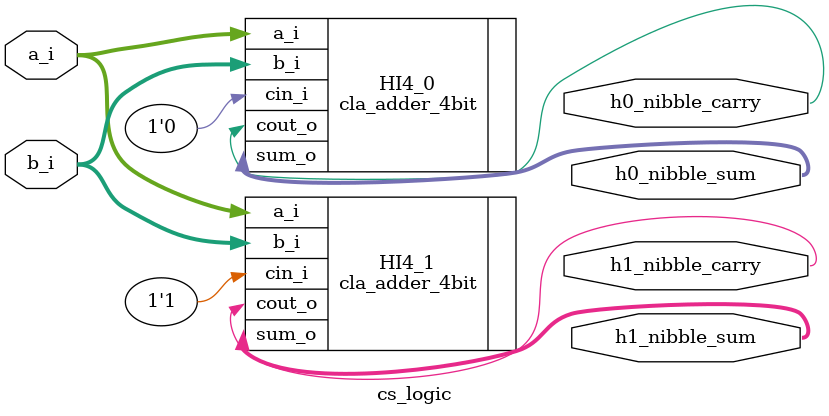
<source format=sv>
module cs_logic #(
  parameter NIBBLE_SIZE = 4
)(
  input  logic [NIBBLE_SIZE-1:0] a_i,
  input  logic [NIBBLE_SIZE-1:0] b_i,
  output logic [NIBBLE_SIZE-1:0] h0_nibble_sum,
  output logic [NIBBLE_SIZE-1:0] h1_nibble_sum,
  output logic                   h0_nibble_carry,
  output logic                   h1_nibble_carry
);

  cla_adder_4bit HI4_0 (
    .a_i   (a_i            ), 
    .b_i   (b_i            ), 
    .cin_i (1'b0           ),
    .sum_o (h0_nibble_sum  ), 
    .cout_o(h0_nibble_carry)
  );

  cla_adder_4bit HI4_1 (
    .a_i   (a_i            ), 
    .b_i   (b_i            ), 
    .cin_i (1'b1           ),
    .sum_o (h1_nibble_sum  ), 
    .cout_o(h1_nibble_carry)
  );

endmodule

</source>
